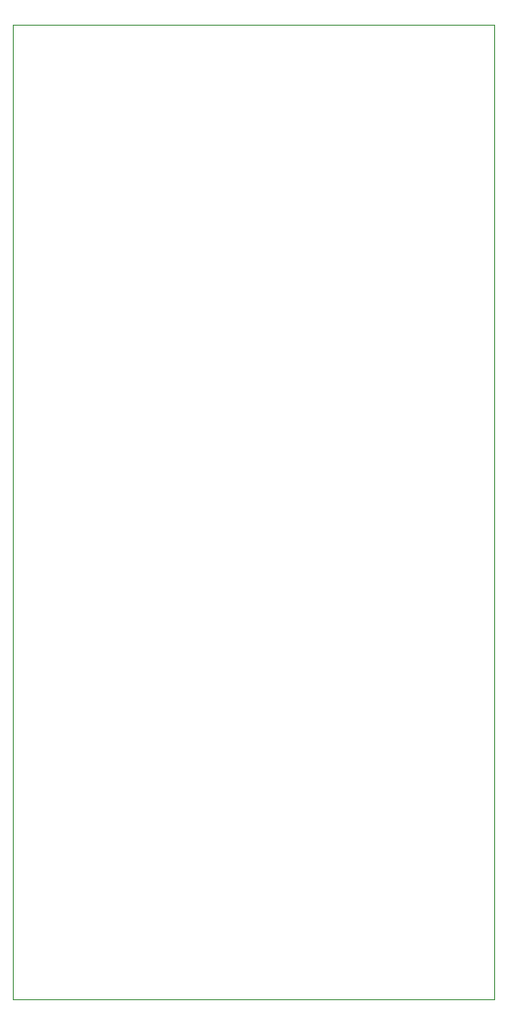
<source format=gbr>
%TF.GenerationSoftware,KiCad,Pcbnew,7.0.1*%
%TF.CreationDate,2023-09-03T17:39:20-04:00*%
%TF.ProjectId,syzygy-breakout-flash-LVL,73797a79-6779-42d6-9272-65616b6f7574,r1.0*%
%TF.SameCoordinates,PX66851e0PY4d70380*%
%TF.FileFunction,Profile,NP*%
%FSLAX46Y46*%
G04 Gerber Fmt 4.6, Leading zero omitted, Abs format (unit mm)*
G04 Created by KiCad (PCBNEW 7.0.1) date 2023-09-03 17:39:20*
%MOMM*%
%LPD*%
G01*
G04 APERTURE LIST*
%TA.AperFunction,Profile*%
%ADD10C,0.100000*%
%TD*%
G04 APERTURE END LIST*
D10*
X-169500Y1001000D02*
X44407500Y1001000D01*
X44407500Y-89042000D01*
X-169500Y-89042000D01*
X-169500Y1001000D01*
M02*

</source>
